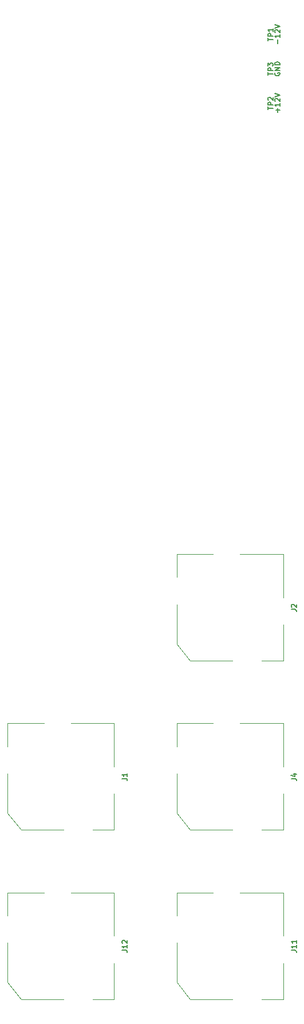
<source format=gto>
G04 #@! TF.GenerationSoftware,KiCad,Pcbnew,6.0.4-6f826c9f35~116~ubuntu20.04.1*
G04 #@! TF.CreationDate,2022-04-19T20:07:37-04:00*
G04 #@! TF.ProjectId,arpenvfol,61727065-6e76-4666-9f6c-2e6b69636164,rev?*
G04 #@! TF.SameCoordinates,Original*
G04 #@! TF.FileFunction,Legend,Top*
G04 #@! TF.FilePolarity,Positive*
%FSLAX46Y46*%
G04 Gerber Fmt 4.6, Leading zero omitted, Abs format (unit mm)*
G04 Created by KiCad (PCBNEW 6.0.4-6f826c9f35~116~ubuntu20.04.1) date 2022-04-19 20:07:37*
%MOMM*%
%LPD*%
G01*
G04 APERTURE LIST*
%ADD10C,0.150000*%
%ADD11C,0.120000*%
G04 APERTURE END LIST*
D10*
G04 #@! TO.C,J1*
X96589285Y-150250000D02*
X97125000Y-150250000D01*
X97232142Y-150285714D01*
X97303571Y-150357142D01*
X97339285Y-150464285D01*
X97339285Y-150535714D01*
X97339285Y-149500000D02*
X97339285Y-149928571D01*
X97339285Y-149714285D02*
X96589285Y-149714285D01*
X96696428Y-149785714D01*
X96767857Y-149857142D01*
X96803571Y-149928571D01*
G04 #@! TO.C,J12*
X96589285Y-175607142D02*
X97125000Y-175607142D01*
X97232142Y-175642857D01*
X97303571Y-175714285D01*
X97339285Y-175821428D01*
X97339285Y-175892857D01*
X97339285Y-174857142D02*
X97339285Y-175285714D01*
X97339285Y-175071428D02*
X96589285Y-175071428D01*
X96696428Y-175142857D01*
X96767857Y-175214285D01*
X96803571Y-175285714D01*
X96660714Y-174571428D02*
X96625000Y-174535714D01*
X96589285Y-174464285D01*
X96589285Y-174285714D01*
X96625000Y-174214285D01*
X96660714Y-174178571D01*
X96732142Y-174142857D01*
X96803571Y-174142857D01*
X96910714Y-174178571D01*
X97339285Y-174607142D01*
X97339285Y-174142857D01*
G04 #@! TO.C,J2*
X121589285Y-125250000D02*
X122125000Y-125250000D01*
X122232142Y-125285714D01*
X122303571Y-125357142D01*
X122339285Y-125464285D01*
X122339285Y-125535714D01*
X121660714Y-124928571D02*
X121625000Y-124892857D01*
X121589285Y-124821428D01*
X121589285Y-124642857D01*
X121625000Y-124571428D01*
X121660714Y-124535714D01*
X121732142Y-124500000D01*
X121803571Y-124500000D01*
X121910714Y-124535714D01*
X122339285Y-124964285D01*
X122339285Y-124500000D01*
G04 #@! TO.C,J11*
X121589285Y-175607142D02*
X122125000Y-175607142D01*
X122232142Y-175642857D01*
X122303571Y-175714285D01*
X122339285Y-175821428D01*
X122339285Y-175892857D01*
X122339285Y-174857142D02*
X122339285Y-175285714D01*
X122339285Y-175071428D02*
X121589285Y-175071428D01*
X121696428Y-175142857D01*
X121767857Y-175214285D01*
X121803571Y-175285714D01*
X122339285Y-174142857D02*
X122339285Y-174571428D01*
X122339285Y-174357142D02*
X121589285Y-174357142D01*
X121696428Y-174428571D01*
X121767857Y-174500000D01*
X121803571Y-174571428D01*
G04 #@! TO.C,J4*
X121589285Y-150250000D02*
X122125000Y-150250000D01*
X122232142Y-150285714D01*
X122303571Y-150357142D01*
X122339285Y-150464285D01*
X122339285Y-150535714D01*
X121839285Y-149571428D02*
X122339285Y-149571428D01*
X121553571Y-149750000D02*
X122089285Y-149928571D01*
X122089285Y-149464285D01*
G04 #@! TO.C,TP1*
X119611571Y-41631428D02*
X119611571Y-41060000D01*
X119897285Y-40310000D02*
X119897285Y-40738571D01*
X119897285Y-40524285D02*
X119147285Y-40524285D01*
X119254428Y-40595714D01*
X119325857Y-40667142D01*
X119361571Y-40738571D01*
X119218714Y-40024285D02*
X119183000Y-39988571D01*
X119147285Y-39917142D01*
X119147285Y-39738571D01*
X119183000Y-39667142D01*
X119218714Y-39631428D01*
X119290142Y-39595714D01*
X119361571Y-39595714D01*
X119468714Y-39631428D01*
X119897285Y-40060000D01*
X119897285Y-39595714D01*
X119147285Y-39381428D02*
X119897285Y-39131428D01*
X119147285Y-38881428D01*
X118131285Y-41256428D02*
X118131285Y-40827857D01*
X118881285Y-41042142D02*
X118131285Y-41042142D01*
X118881285Y-40577857D02*
X118131285Y-40577857D01*
X118131285Y-40292142D01*
X118167000Y-40220714D01*
X118202714Y-40185000D01*
X118274142Y-40149285D01*
X118381285Y-40149285D01*
X118452714Y-40185000D01*
X118488428Y-40220714D01*
X118524142Y-40292142D01*
X118524142Y-40577857D01*
X118881285Y-39435000D02*
X118881285Y-39863571D01*
X118881285Y-39649285D02*
X118131285Y-39649285D01*
X118238428Y-39720714D01*
X118309857Y-39792142D01*
X118345571Y-39863571D01*
G04 #@! TO.C,TP3*
X118131285Y-46336428D02*
X118131285Y-45907857D01*
X118881285Y-46122142D02*
X118131285Y-46122142D01*
X118881285Y-45657857D02*
X118131285Y-45657857D01*
X118131285Y-45372142D01*
X118167000Y-45300714D01*
X118202714Y-45265000D01*
X118274142Y-45229285D01*
X118381285Y-45229285D01*
X118452714Y-45265000D01*
X118488428Y-45300714D01*
X118524142Y-45372142D01*
X118524142Y-45657857D01*
X118131285Y-44979285D02*
X118131285Y-44515000D01*
X118417000Y-44765000D01*
X118417000Y-44657857D01*
X118452714Y-44586428D01*
X118488428Y-44550714D01*
X118559857Y-44515000D01*
X118738428Y-44515000D01*
X118809857Y-44550714D01*
X118845571Y-44586428D01*
X118881285Y-44657857D01*
X118881285Y-44872142D01*
X118845571Y-44943571D01*
X118809857Y-44979285D01*
X119183000Y-45961428D02*
X119147285Y-46032857D01*
X119147285Y-46140000D01*
X119183000Y-46247142D01*
X119254428Y-46318571D01*
X119325857Y-46354285D01*
X119468714Y-46390000D01*
X119575857Y-46390000D01*
X119718714Y-46354285D01*
X119790142Y-46318571D01*
X119861571Y-46247142D01*
X119897285Y-46140000D01*
X119897285Y-46068571D01*
X119861571Y-45961428D01*
X119825857Y-45925714D01*
X119575857Y-45925714D01*
X119575857Y-46068571D01*
X119897285Y-45604285D02*
X119147285Y-45604285D01*
X119897285Y-45175714D01*
X119147285Y-45175714D01*
X119897285Y-44818571D02*
X119147285Y-44818571D01*
X119147285Y-44640000D01*
X119183000Y-44532857D01*
X119254428Y-44461428D01*
X119325857Y-44425714D01*
X119468714Y-44390000D01*
X119575857Y-44390000D01*
X119718714Y-44425714D01*
X119790142Y-44461428D01*
X119861571Y-44532857D01*
X119897285Y-44640000D01*
X119897285Y-44818571D01*
G04 #@! TO.C,TP2*
X119611571Y-51791428D02*
X119611571Y-51220000D01*
X119897285Y-51505714D02*
X119325857Y-51505714D01*
X119897285Y-50470000D02*
X119897285Y-50898571D01*
X119897285Y-50684285D02*
X119147285Y-50684285D01*
X119254428Y-50755714D01*
X119325857Y-50827142D01*
X119361571Y-50898571D01*
X119218714Y-50184285D02*
X119183000Y-50148571D01*
X119147285Y-50077142D01*
X119147285Y-49898571D01*
X119183000Y-49827142D01*
X119218714Y-49791428D01*
X119290142Y-49755714D01*
X119361571Y-49755714D01*
X119468714Y-49791428D01*
X119897285Y-50220000D01*
X119897285Y-49755714D01*
X119147285Y-49541428D02*
X119897285Y-49291428D01*
X119147285Y-49041428D01*
X118131285Y-51416428D02*
X118131285Y-50987857D01*
X118881285Y-51202142D02*
X118131285Y-51202142D01*
X118881285Y-50737857D02*
X118131285Y-50737857D01*
X118131285Y-50452142D01*
X118167000Y-50380714D01*
X118202714Y-50345000D01*
X118274142Y-50309285D01*
X118381285Y-50309285D01*
X118452714Y-50345000D01*
X118488428Y-50380714D01*
X118524142Y-50452142D01*
X118524142Y-50737857D01*
X118202714Y-50023571D02*
X118167000Y-49987857D01*
X118131285Y-49916428D01*
X118131285Y-49737857D01*
X118167000Y-49666428D01*
X118202714Y-49630714D01*
X118274142Y-49595000D01*
X118345571Y-49595000D01*
X118452714Y-49630714D01*
X118881285Y-50059285D01*
X118881285Y-49595000D01*
D11*
G04 #@! TO.C,J1*
X95400000Y-142100000D02*
X95400000Y-148500000D01*
X81650000Y-157850000D02*
X79650000Y-155350000D01*
X95400000Y-157850000D02*
X92200000Y-157850000D01*
X87900000Y-157850000D02*
X81700000Y-157850000D01*
X81700000Y-157850000D02*
X81650000Y-157850000D01*
X89000000Y-142100000D02*
X95400000Y-142100000D01*
X95400000Y-152500000D02*
X95400000Y-157850000D01*
X79650000Y-155350000D02*
X79650000Y-149500000D01*
X79650000Y-142100000D02*
X85000000Y-142100000D01*
X79650000Y-145500000D02*
X79650000Y-142100000D01*
G04 #@! TO.C,J12*
X95400000Y-167100000D02*
X95400000Y-173500000D01*
X87900000Y-182850000D02*
X81700000Y-182850000D01*
X81650000Y-182850000D02*
X79650000Y-180350000D01*
X79650000Y-180350000D02*
X79650000Y-174500000D01*
X79650000Y-167100000D02*
X85000000Y-167100000D01*
X95400000Y-182850000D02*
X92200000Y-182850000D01*
X79650000Y-170500000D02*
X79650000Y-167100000D01*
X81700000Y-182850000D02*
X81650000Y-182850000D01*
X95400000Y-177500000D02*
X95400000Y-182850000D01*
X89000000Y-167100000D02*
X95400000Y-167100000D01*
G04 #@! TO.C,J2*
X120400000Y-127500000D02*
X120400000Y-132850000D01*
X114000000Y-117100000D02*
X120400000Y-117100000D01*
X106650000Y-132850000D02*
X104650000Y-130350000D01*
X106700000Y-132850000D02*
X106650000Y-132850000D01*
X104650000Y-120500000D02*
X104650000Y-117100000D01*
X112900000Y-132850000D02*
X106700000Y-132850000D01*
X104650000Y-117100000D02*
X110000000Y-117100000D01*
X120400000Y-132850000D02*
X117200000Y-132850000D01*
X104650000Y-130350000D02*
X104650000Y-124500000D01*
X120400000Y-117100000D02*
X120400000Y-123500000D01*
G04 #@! TO.C,J11*
X120400000Y-167100000D02*
X120400000Y-173500000D01*
X120400000Y-177500000D02*
X120400000Y-182850000D01*
X104650000Y-180350000D02*
X104650000Y-174500000D01*
X106650000Y-182850000D02*
X104650000Y-180350000D01*
X114000000Y-167100000D02*
X120400000Y-167100000D01*
X104650000Y-167100000D02*
X110000000Y-167100000D01*
X112900000Y-182850000D02*
X106700000Y-182850000D01*
X106700000Y-182850000D02*
X106650000Y-182850000D01*
X120400000Y-182850000D02*
X117200000Y-182850000D01*
X104650000Y-170500000D02*
X104650000Y-167100000D01*
G04 #@! TO.C,J4*
X104650000Y-142100000D02*
X110000000Y-142100000D01*
X106700000Y-157850000D02*
X106650000Y-157850000D01*
X112900000Y-157850000D02*
X106700000Y-157850000D01*
X120400000Y-152500000D02*
X120400000Y-157850000D01*
X104650000Y-145500000D02*
X104650000Y-142100000D01*
X114000000Y-142100000D02*
X120400000Y-142100000D01*
X104650000Y-155350000D02*
X104650000Y-149500000D01*
X106650000Y-157850000D02*
X104650000Y-155350000D01*
X120400000Y-157850000D02*
X117200000Y-157850000D01*
X120400000Y-142100000D02*
X120400000Y-148500000D01*
G04 #@! TD*
M02*

</source>
